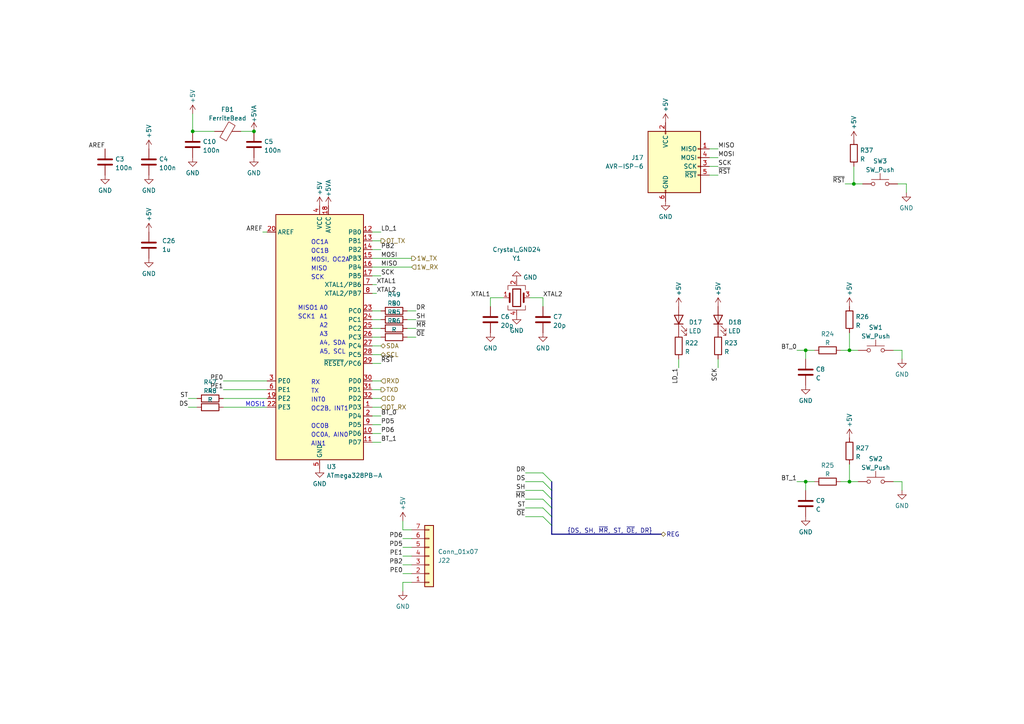
<source format=kicad_sch>
(kicad_sch (version 20230121) (generator eeschema)
  (paper "A4")
  (lib_symbols
    (symbol "Connector:AVR-ISP-6" (pin_names (offset 1.016))
      (property "Reference" "J" (at -6.35 11.43 0))
      (property "Value" "AVR-ISP-6" (at 0 11.43 0))
      (symbol "AVR-ISP-6_0_1"
        (rectangle (start -2.667 -6.858) (end -2.413 -7.62))
        (rectangle (start -2.667 10.16) (end -2.413 9.398))
        (rectangle (start 7.62 -2.413) (end 6.858 -2.667))
        (rectangle (start 7.62 0.127) (end 6.858 -0.127))
        (rectangle (start 7.62 2.667) (end 6.858 2.413))
        (rectangle (start 7.62 5.207) (end 6.858 4.953))
        (rectangle (start 7.62 10.16) (end -7.62 -7.62) (stroke (width 0.254)) (fill (type background)))
      )
      (symbol "AVR-ISP-6_1_1"
        (pin passive line (at 10.16 5.08 180) (length 2.54) (name "MISO") (number "1"))
        (pin passive line (at -2.54 12.7 270) (length 2.54) (name "VCC") (number "2"))
        (pin passive line (at 10.16 0 180) (length 2.54) (name "SCK") (number "3"))
        (pin passive line (at 10.16 2.54 180) (length 2.54) (name "MOSI") (number "4"))
        (pin passive line (at 10.16 -2.54 180) (length 2.54) (name "~{RST}") (number "5"))
        (pin passive line (at -2.54 -10.16 90) (length 2.54) (name "GND") (number "6"))
      )
    )
    (symbol "Connector_Generic:Conn_01x07" (pin_names (offset 1.016) hide)
      (property "Reference" "J" (at 0 10.16 0))
      (property "Value" "Conn_01x07" (at 0 -10.16 0))
      (symbol "Conn_01x07_1_1"
        (rectangle (start -1.27 -7.493) (end 0 -7.747) (stroke (width 0.1524)))
        (rectangle (start -1.27 -4.953) (end 0 -5.207) (stroke (width 0.1524)))
        (rectangle (start -1.27 -2.413) (end 0 -2.667) (stroke (width 0.1524)))
        (rectangle (start -1.27 0.127) (end 0 -0.127) (stroke (width 0.1524)))
        (rectangle (start -1.27 2.667) (end 0 2.413) (stroke (width 0.1524)))
        (rectangle (start -1.27 5.207) (end 0 4.953) (stroke (width 0.1524)))
        (rectangle (start -1.27 7.747) (end 0 7.493) (stroke (width 0.1524)))
        (rectangle (start -1.27 8.89) (end 1.27 -8.89) (stroke (width 0.254)) (fill (type background)))
        (pin passive line (at -5.08 7.62 0) (length 3.81) (name "Pin_1") (number "1"))
        (pin passive line (at -5.08 5.08 0) (length 3.81) (name "Pin_2") (number "2"))
        (pin passive line (at -5.08 2.54 0) (length 3.81) (name "Pin_3") (number "3"))
        (pin passive line (at -5.08 0 0) (length 3.81) (name "Pin_4") (number "4"))
        (pin passive line (at -5.08 -2.54 0) (length 3.81) (name "Pin_5") (number "5"))
        (pin passive line (at -5.08 -5.08 0) (length 3.81) (name "Pin_6") (number "6"))
        (pin passive line (at -5.08 -7.62 0) (length 3.81) (name "Pin_7") (number "7"))
      )
    )
    (symbol "Device:C" (pin_numbers hide) (pin_names (offset 0.254))
      (property "Reference" "C" (at 0.635 2.54 0))
      (property "Value" "C" (at 0.635 -2.54 0))
      (symbol "C_0_1"
        (polyline (pts (xy -2.032 -0.762) (xy 2.032 -0.762)) (stroke (width 0.508)))
        (polyline (pts (xy -2.032 0.762) (xy 2.032 0.762)) (stroke (width 0.508)))
      )
      (symbol "C_1_1"
        (pin passive line (at 0 3.81 270) (length 2.794) (name "~") (number "1"))
        (pin passive line (at 0 -3.81 90) (length 2.794) (name "~") (number "2"))
      )
    )
    (symbol "Device:Crystal_GND24" (pin_names (offset 1.016) hide)
      (property "Reference" "Y" (at 3.175 5.08 0))
      (property "Value" "Crystal_GND24" (at 3.175 3.175 0))
      (symbol "Crystal_GND24_0_1"
        (rectangle (start -1.143 2.54) (end 1.143 -2.54) (stroke (width 0.3048)))
        (polyline (pts (xy -2.54 0) (xy -2.032 0)))
        (polyline (pts (xy -2.032 -1.27) (xy -2.032 1.27)) (stroke (width 0.508)))
        (polyline (pts (xy 0 -3.81) (xy 0 -3.556)))
        (polyline (pts (xy 0 3.556) (xy 0 3.81)))
        (polyline (pts (xy 2.032 -1.27) (xy 2.032 1.27)) (stroke (width 0.508)))
        (polyline (pts (xy 2.032 0) (xy 2.54 0)))
        (polyline (pts (xy -2.54 -2.286) (xy -2.54 -3.556) (xy 2.54 -3.556) (xy 2.54 -2.286)))
        (polyline (pts (xy -2.54 2.286) (xy -2.54 3.556) (xy 2.54 3.556) (xy 2.54 2.286)))
      )
      (symbol "Crystal_GND24_1_1"
        (pin passive line (at -3.81 0 0) (length 1.27) (name "1") (number "1"))
        (pin passive line (at 0 5.08 270) (length 1.27) (name "2") (number "2"))
        (pin passive line (at 3.81 0 180) (length 1.27) (name "3") (number "3"))
        (pin passive line (at 0 -5.08 90) (length 1.27) (name "4") (number "4"))
      )
    )
    (symbol "Device:FerriteBead" (pin_numbers hide) (pin_names (offset 0))
      (property "Reference" "FB" (at -3.81 0.635 90))
      (property "Value" "FerriteBead" (at 3.81 0 90))
      (symbol "FerriteBead_0_1"
        (polyline (pts (xy 0 -1.27) (xy 0 -1.2192)))
        (polyline (pts (xy 0 1.27) (xy 0 1.2954)))
        (polyline (pts (xy -2.7686 0.4064) (xy -1.7018 2.2606) (xy 2.7686 -0.3048) (xy 1.6764 -2.159) (xy -2.7686 0.4064)))
      )
      (symbol "FerriteBead_1_1"
        (pin passive line (at 0 3.81 270) (length 2.54) (name "~") (number "1"))
        (pin passive line (at 0 -3.81 90) (length 2.54) (name "~") (number "2"))
      )
    )
    (symbol "Device:LED" (pin_numbers hide) (pin_names (offset 1.016) hide)
      (property "Reference" "D" (at 0 2.54 0))
      (property "Value" "LED" (at 0 -2.54 0))
      (symbol "LED_0_1"
        (polyline (pts (xy -1.27 -1.27) (xy -1.27 1.27)) (stroke (width 0.254)))
        (polyline (pts (xy -1.27 0) (xy 1.27 0)))
        (polyline (pts (xy 1.27 -1.27) (xy 1.27 1.27) (xy -1.27 0) (xy 1.27 -1.27)) (stroke (width 0.254)))
        (polyline (pts (xy -3.048 -0.762) (xy -4.572 -2.286) (xy -3.81 -2.286) (xy -4.572 -2.286) (xy -4.572 -1.524)))
        (polyline (pts (xy -1.778 -0.762) (xy -3.302 -2.286) (xy -2.54 -2.286) (xy -3.302 -2.286) (xy -3.302 -1.524)))
      )
      (symbol "LED_1_1"
        (pin passive line (at -3.81 0 0) (length 2.54) (name "K") (number "1"))
        (pin passive line (at 3.81 0 180) (length 2.54) (name "A") (number "2"))
      )
    )
    (symbol "Device:R" (pin_numbers hide) (pin_names (offset 0))
      (property "Reference" "R" (at 2.032 0 90))
      (property "Value" "R" (at 0 0 90))
      (symbol "R_0_1"
        (rectangle (start -1.016 -2.54) (end 1.016 2.54) (stroke (width 0.254)))
      )
      (symbol "R_1_1"
        (pin passive line (at 0 3.81 270) (length 1.27) (name "~") (number "1"))
        (pin passive line (at 0 -3.81 90) (length 1.27) (name "~") (number "2"))
      )
    )
    (symbol "MCU_Microchip_ATmega:ATmega328PB-A"
      (property "Reference" "U" (at -12.7 36.83 0))
      (property "Value" "ATmega328PB-A" (at 2.54 -36.83 0))
      (symbol "ATmega328PB-A_0_1"
        (rectangle (start -12.7 -35.56) (end 12.7 35.56) (stroke (width 0.254)) (fill (type background)))
      )
      (symbol "ATmega328PB-A_1_1"
        (pin bidirectional line (at 15.24 -20.32 180) (length 2.54) (name "PD3") (number "1"))
        (pin bidirectional line (at 15.24 -27.94 180) (length 2.54) (name "PD6") (number "10"))
        (pin bidirectional line (at 15.24 -30.48 180) (length 2.54) (name "PD7") (number "11"))
        (pin bidirectional line (at 15.24 30.48 180) (length 2.54) (name "PB0") (number "12"))
        (pin bidirectional line (at 15.24 27.94 180) (length 2.54) (name "PB1") (number "13"))
        (pin bidirectional line (at 15.24 25.4 180) (length 2.54) (name "PB2") (number "14"))
        (pin bidirectional line (at 15.24 22.86 180) (length 2.54) (name "PB3") (number "15"))
        (pin bidirectional line (at 15.24 20.32 180) (length 2.54) (name "PB4") (number "16"))
        (pin bidirectional line (at 15.24 17.78 180) (length 2.54) (name "PB5") (number "17"))
        (pin power_in line (at 2.54 38.1 270) (length 2.54) (name "AVCC") (number "18"))
        (pin bidirectional line (at -15.24 -17.78 0) (length 2.54) (name "PE2") (number "19"))
        (pin bidirectional line (at 15.24 -22.86 180) (length 2.54) (name "PD4") (number "2"))
        (pin passive line (at -15.24 30.48 0) (length 2.54) (name "AREF") (number "20"))
        (pin passive line (at 0 -38.1 90) (length 2.54) hide (name "GND") (number "21"))
        (pin bidirectional line (at -15.24 -20.32 0) (length 2.54) (name "PE3") (number "22"))
        (pin bidirectional line (at 15.24 7.62 180) (length 2.54) (name "PC0") (number "23"))
        (pin bidirectional line (at 15.24 5.08 180) (length 2.54) (name "PC1") (number "24"))
        (pin bidirectional line (at 15.24 2.54 180) (length 2.54) (name "PC2") (number "25"))
        (pin bidirectional line (at 15.24 0 180) (length 2.54) (name "PC3") (number "26"))
        (pin bidirectional line (at 15.24 -2.54 180) (length 2.54) (name "PC4") (number "27"))
        (pin bidirectional line (at 15.24 -5.08 180) (length 2.54) (name "PC5") (number "28"))
        (pin bidirectional line (at 15.24 -7.62 180) (length 2.54) (name "~{RESET}/PC6") (number "29"))
        (pin bidirectional line (at -15.24 -12.7 0) (length 2.54) (name "PE0") (number "3"))
        (pin bidirectional line (at 15.24 -12.7 180) (length 2.54) (name "PD0") (number "30"))
        (pin bidirectional line (at 15.24 -15.24 180) (length 2.54) (name "PD1") (number "31"))
        (pin bidirectional line (at 15.24 -17.78 180) (length 2.54) (name "PD2") (number "32"))
        (pin power_in line (at 0 38.1 270) (length 2.54) (name "VCC") (number "4"))
        (pin power_in line (at 0 -38.1 90) (length 2.54) (name "GND") (number "5"))
        (pin bidirectional line (at -15.24 -15.24 0) (length 2.54) (name "PE1") (number "6"))
        (pin bidirectional line (at 15.24 15.24 180) (length 2.54) (name "XTAL1/PB6") (number "7"))
        (pin bidirectional line (at 15.24 12.7 180) (length 2.54) (name "XTAL2/PB7") (number "8"))
        (pin bidirectional line (at 15.24 -25.4 180) (length 2.54) (name "PD5") (number "9"))
      )
    )
    (symbol "Switch:SW_Push" (pin_numbers hide) (pin_names (offset 1.016) hide)
      (property "Reference" "SW" (at 1.27 2.54 0))
      (property "Value" "SW_Push" (at 0 -1.524 0))
      (symbol "SW_Push_0_1"
        (circle (center -2.032 0) (radius 0.508))
        (polyline (pts (xy 0 1.27) (xy 0 3.048)))
        (polyline (pts (xy 2.54 1.27) (xy -2.54 1.27)))
        (circle (center 2.032 0) (radius 0.508))
        (pin passive line (at -5.08 0 0) (length 2.54) (name "1") (number "1"))
        (pin passive line (at 5.08 0 180) (length 2.54) (name "2") (number "2"))
      )
    )
    (symbol "power:+5V" (power) (pin_names (offset 0))
      (property "Value" "+5V" (at 0 3.556 0))
      (symbol "+5V_0_1"
        (polyline (pts (xy -0.762 1.27) (xy 0 2.54)))
        (polyline (pts (xy 0 0) (xy 0 2.54)))
        (polyline (pts (xy 0 2.54) (xy 0.762 1.27)))
      )
      (symbol "+5V_1_1"
        (pin power_in line (at 0 0 90) (length 0) hide (name "+5V") (number "1"))
      )
    )
    (symbol "power:+5VA" (power) (pin_names (offset 0))
      (property "Value" "+5VA" (at 0 3.556 0))
      (symbol "+5VA_0_1"
        (polyline (pts (xy -0.762 1.27) (xy 0 2.54)))
        (polyline (pts (xy 0 0) (xy 0 2.54)))
        (polyline (pts (xy 0 2.54) (xy 0.762 1.27)))
      )
      (symbol "+5VA_1_1"
        (pin power_in line (at 0 0 90) (length 0) hide (name "+5VA") (number "1"))
      )
    )
    (symbol "power:GND" (power) (pin_names (offset 0))
      (property "Value" "GND" (at 0 -3.81 0))
      (symbol "GND_0_1"
        (polyline (pts (xy 0 0) (xy 0 -1.27) (xy 1.27 -1.27) (xy 0 -2.54) (xy -1.27 -1.27) (xy 0 -1.27)))
      )
      (symbol "GND_1_1"
        (pin power_in line (at 0 0 270) (length 0) hide (name "GND") (number "1"))
      )
    )
  )
  (junction (at 247.65 53.34))
  (junction (at 246.38 139.7))
  (junction (at 55.88 38.1))
  (junction (at 73.66 38.1))
  (junction (at 233.68 139.7))
  (junction (at 233.68 101.6))
  (junction (at 246.38 101.6))
  (bus_entry (at 157.48 139.7) (size 2.54 2.54))
  (bus_entry (at 157.48 147.32) (size 2.54 2.54))
  (bus_entry (at 157.48 137.16) (size 2.54 2.54))
  (bus_entry (at 157.48 144.78) (size 2.54 2.54))
  (bus_entry (at 157.48 142.24) (size 2.54 2.54))
  (bus_entry (at 157.48 149.86) (size 2.54 2.54))
  (bus (pts (xy 160.02 144.78) (xy 160.02 147.32)))
  (wire (pts (xy 107.95 95.25) (xy 110.49 95.25)))
  (wire (pts (xy 107.95 113.03) (xy 110.49 113.03)))
  (wire (pts (xy 107.95 82.55) (xy 109.22 82.55)))
  (wire (pts (xy 64.77 110.49) (xy 77.47 110.49)))
  (wire (pts (xy 119.38 158.75) (xy 116.84 158.75)))
  (wire (pts (xy 205.74 45.72) (xy 208.28 45.72)))
  (wire (pts (xy 119.38 166.37) (xy 116.84 166.37)))
  (wire (pts (xy 118.11 92.71) (xy 120.65 92.71)))
  (wire (pts (xy 262.89 53.34) (xy 260.35 53.34)))
  (wire (pts (xy 120.65 95.25) (xy 118.11 95.25)))
  (wire (pts (xy 116.84 153.67) (xy 119.38 153.67)))
  (wire (pts (xy 157.48 147.32) (xy 152.4 147.32)))
  (bus (pts (xy 160.02 152.4) (xy 160.02 154.94)))
  (wire (pts (xy 107.95 67.31) (xy 110.49 67.31)))
  (wire (pts (xy 107.95 97.79) (xy 110.49 97.79)))
  (wire (pts (xy 107.95 102.87) (xy 110.49 102.87)))
  (wire (pts (xy 107.95 123.19) (xy 110.49 123.19)))
  (wire (pts (xy 119.38 161.29) (xy 116.84 161.29)))
  (wire (pts (xy 157.48 144.78) (xy 152.4 144.78)))
  (wire (pts (xy 157.48 86.36) (xy 157.48 88.9)))
  (wire (pts (xy 261.62 142.24) (xy 261.62 139.7)))
  (wire (pts (xy 261.62 104.14) (xy 261.62 101.6)))
  (wire (pts (xy 208.28 104.14) (xy 208.28 106.68)))
  (bus (pts (xy 160.02 139.7) (xy 160.02 142.24)))
  (wire (pts (xy 262.89 55.88) (xy 262.89 53.34)))
  (wire (pts (xy 116.84 168.91) (xy 116.84 171.45)))
  (bus (pts (xy 160.02 149.86) (xy 160.02 152.4)))
  (wire (pts (xy 107.95 110.49) (xy 110.49 110.49)))
  (wire (pts (xy 62.23 38.1) (xy 55.88 38.1)))
  (wire (pts (xy 107.95 118.11) (xy 110.49 118.11)))
  (wire (pts (xy 231.14 139.7) (xy 233.68 139.7)))
  (wire (pts (xy 157.48 142.24) (xy 152.4 142.24)))
  (wire (pts (xy 55.88 33.02) (xy 55.88 38.1)))
  (wire (pts (xy 119.38 156.21) (xy 116.84 156.21)))
  (wire (pts (xy 107.95 72.39) (xy 110.49 72.39)))
  (wire (pts (xy 64.77 118.11) (xy 77.47 118.11)))
  (wire (pts (xy 233.68 101.6) (xy 233.68 104.14)))
  (wire (pts (xy 205.74 50.8) (xy 208.28 50.8)))
  (wire (pts (xy 116.84 151.13) (xy 116.84 153.67)))
  (wire (pts (xy 246.38 96.52) (xy 246.38 101.6)))
  (wire (pts (xy 64.77 115.57) (xy 77.47 115.57)))
  (wire (pts (xy 157.48 137.16) (xy 152.4 137.16)))
  (wire (pts (xy 107.95 85.09) (xy 109.22 85.09)))
  (wire (pts (xy 231.14 101.6) (xy 233.68 101.6)))
  (bus (pts (xy 160.02 154.94) (xy 191.77 154.94)))
  (wire (pts (xy 205.74 48.26) (xy 208.28 48.26)))
  (wire (pts (xy 64.77 113.03) (xy 77.47 113.03)))
  (wire (pts (xy 107.95 77.47) (xy 119.38 77.47)))
  (wire (pts (xy 107.95 100.33) (xy 110.49 100.33)))
  (wire (pts (xy 120.65 97.79) (xy 118.11 97.79)))
  (wire (pts (xy 243.84 101.6) (xy 246.38 101.6)))
  (wire (pts (xy 54.61 115.57) (xy 57.15 115.57)))
  (wire (pts (xy 119.38 163.83) (xy 116.84 163.83)))
  (wire (pts (xy 119.38 168.91) (xy 116.84 168.91)))
  (wire (pts (xy 261.62 101.6) (xy 259.08 101.6)))
  (wire (pts (xy 107.95 92.71) (xy 110.49 92.71)))
  (wire (pts (xy 153.67 86.36) (xy 157.48 86.36)))
  (wire (pts (xy 107.95 120.65) (xy 110.49 120.65)))
  (wire (pts (xy 107.95 105.41) (xy 110.49 105.41)))
  (bus (pts (xy 160.02 142.24) (xy 160.02 144.78)))
  (wire (pts (xy 107.95 74.93) (xy 119.38 74.93)))
  (wire (pts (xy 261.62 139.7) (xy 259.08 139.7)))
  (wire (pts (xy 107.95 90.17) (xy 110.49 90.17)))
  (wire (pts (xy 54.61 118.11) (xy 57.15 118.11)))
  (wire (pts (xy 146.05 86.36) (xy 142.24 86.36)))
  (wire (pts (xy 107.95 69.85) (xy 110.49 69.85)))
  (wire (pts (xy 247.65 53.34) (xy 250.19 53.34)))
  (wire (pts (xy 243.84 139.7) (xy 246.38 139.7)))
  (wire (pts (xy 196.85 104.14) (xy 196.85 106.68)))
  (wire (pts (xy 69.85 38.1) (xy 73.66 38.1)))
  (wire (pts (xy 205.74 43.18) (xy 208.28 43.18)))
  (bus (pts (xy 160.02 147.32) (xy 160.02 149.86)))
  (wire (pts (xy 233.68 139.7) (xy 236.22 139.7)))
  (wire (pts (xy 142.24 86.36) (xy 142.24 88.9)))
  (wire (pts (xy 245.11 53.34) (xy 247.65 53.34)))
  (wire (pts (xy 107.95 125.73) (xy 110.49 125.73)))
  (wire (pts (xy 157.48 139.7) (xy 152.4 139.7)))
  (wire (pts (xy 233.68 101.6) (xy 236.22 101.6)))
  (wire (pts (xy 76.2 67.31) (xy 77.47 67.31)))
  (wire (pts (xy 246.38 139.7) (xy 248.92 139.7)))
  (wire (pts (xy 118.11 90.17) (xy 120.65 90.17)))
  (wire (pts (xy 107.95 80.01) (xy 110.49 80.01)))
  (wire (pts (xy 247.65 48.26) (xy 247.65 53.34)))
  (wire (pts (xy 157.48 149.86) (xy 152.4 149.86)))
  (wire (pts (xy 107.95 115.57) (xy 110.49 115.57)))
  (wire (pts (xy 246.38 101.6) (xy 248.92 101.6)))
  (wire (pts (xy 107.95 128.27) (xy 110.49 128.27)))
  (wire (pts (xy 233.68 139.7) (xy 233.68 142.24)))
  (wire (pts (xy 246.38 134.62) (xy 246.38 139.7)))
  (text "OC0B" (at 90.1699 124.4441 0) (effects (font (size 1.27 1.27)) (justify left bottom)))
  (text "OC1B" (at 90.17 73.66 0) (effects (font (size 1.27 1.27)) (justify left bottom)))
  (text "A0" (at 92.6664 90.1699 0) (effects (font (size 1.27 1.27)) (justify left bottom)))
  (text "OC1A" (at 90.17 71.12 0) (effects (font (size 1.27 1.27)) (justify left bottom)))
  (text "MISO" (at 90.17 78.7555 0) (effects (font (size 1.27 1.27)) (justify left bottom)))
  (text "TX" (at 90.1699 114.2741 0) (effects (font (size 1.27 1.27)) (justify left bottom)))
  (text "SCK1" (at 86.36 92.71 0) (effects (font (size 1.27 1.27)) (justify left bottom)))
  (text "A4, SDA" (at 92.6664 100.3299 0) (effects (font (size 1.27 1.27)) (justify left bottom)))
  (text "OC2B, INT1" (at 90.17 119.38 0) (effects (font (size 1.27 1.27)) (justify left bottom)))
  (text "A1" (at 92.6664 92.7099 0) (effects (font (size 1.27 1.27)) (justify left bottom)))
  (text "INT0" (at 90.1699 116.8166 0) (effects (font (size 1.27 1.27)) (justify left bottom)))
  (text "OC0A, AIN0" (at 90.17 127 0) (effects (font (size 1.27 1.27)) (justify left bottom)))
  (text "MOSI, OC2A" (at 90.17 76.186 0) (effects (font (size 1.27 1.27)) (justify left bottom)))
  (text "SCK" (at 90.17 81.28 0) (effects (font (size 1.27 1.27)) (justify left bottom)))
  (text "MISO1" (at 86.36 90.17 0) (effects (font (size 1.27 1.27)) (justify left bottom)))
  (text "A2" (at 92.6664 95.2499 0) (effects (font (size 1.27 1.27)) (justify left bottom)))
  (text "AIN1" (at 90.17 129.54 0) (effects (font (size 1.27 1.27)) (justify left bottom)))
  (text "A5, SCL" (at 92.71 102.87 0) (effects (font (size 1.27 1.27)) (justify left bottom)))
  (text "MOSI1" (at 71.12 118.11 0) (effects (font (size 1.27 1.27)) (justify left bottom)))
  (text "A3" (at 92.6664 97.7899 0) (effects (font (size 1.27 1.27)) (justify left bottom)))
  (text "RX" (at 90.17 111.76 0) (effects (font (size 1.27 1.27)) (justify left bottom)))
  (label "LD_1" (at 110.49 67.31 0))
  (label "BT_0" (at 231.14 101.6 180))
  (label "PD5" (at 116.84 158.75 180))
  (label "~{OE}" (at 152.4 149.86 180))
  (label "PE0" (at 116.84 166.37 180))
  (label "~{OE}" (at 120.65 97.79 0))
  (label "~{RST}" (at 208.28 50.8 0))
  (label "MISO" (at 208.28 43.18 0))
  (label "PE0" (at 64.77 110.49 180))
  (label "PB2" (at 116.84 163.83 180))
  (label "DR" (at 120.65 90.17 0))
  (label "ST" (at 152.4 147.32 180))
  (label "PE1" (at 116.84 161.29 180))
  (label "PD6" (at 110.49 125.73 0))
  (label "~{MR}" (at 152.4 144.78 180))
  (label "BT_1" (at 231.14 139.7 180))
  (label "MOSI" (at 208.28 45.72 0))
  (label "XTAL1" (at 109.22 82.55 0))
  (label "MISO" (at 110.49 77.47 0))
  (label "SCK" (at 208.28 106.68 270))
  (label "SCK" (at 208.28 48.26 0))
  (label "BT_0" (at 110.49 120.65 0))
  (label "AREF" (at 30.48 43.18 180))
  (label "XTAL2" (at 109.22 85.09 0))
  (label "AREF" (at 76.2 67.31 180))
  (label "SCK" (at 110.49 80.01 0))
  (label "PB2" (at 110.49 72.39 0))
  (label "DS" (at 54.61 118.11 180))
  (label "BT_1" (at 110.49 128.27 0))
  (label "~{MR}" (at 120.65 95.25 0))
  (label "MOSI" (at 110.49 74.93 0))
  (label "DR" (at 152.4 137.16 180))
  (label "XTAL1" (at 142.24 86.36 180))
  (label "SH" (at 120.65 92.71 0))
  (label "ST" (at 54.61 115.57 180))
  (label "PE1" (at 64.77 113.03 180))
  (label "~{RST}" (at 110.49 105.41 0))
  (label "XTAL2" (at 157.48 86.36 0))
  (label "{DS, SH, ~{MR}, ST, ~{OE}, DR}" (at 189.23 154.94 180))
  (label "~{RST}" (at 245.11 53.34 180))
  (label "SH" (at 152.4 142.24 180))
  (label "PD5" (at 110.49 123.19 0))
  (label "PD6" (at 116.84 156.21 180))
  (label "LD_1" (at 196.85 106.68 270))
  (label "DS" (at 152.4 139.7 180))
  (hierarchical_label "1W_RX" (shape input) (at 119.38 77.47 0))
  (hierarchical_label "OT_RX" (shape input) (at 110.49 118.11 0))
  (hierarchical_label "REG" (shape bidirectional) (at 191.77 154.94 0))
  (hierarchical_label "TXD" (shape output) (at 110.49 113.03 0))
  (hierarchical_label "OT_TX" (shape output) (at 110.49 69.85 0))
  (hierarchical_label "RXD" (shape input) (at 110.49 110.49 0))
  (hierarchical_label "SCL" (shape bidirectional) (at 110.49 102.87 0))
  (hierarchical_label "1W_TX" (shape output) (at 119.38 74.93 0))
  (hierarchical_label "CD" (shape input) (at 110.49 115.57 0))
  (hierarchical_label "SDA" (shape bidirectional) (at 110.49 100.33 0))
  (symbol (lib_id "power:+5V") (at 196.85 88.9 0) (unit 1)
    (property "Reference" "#PWR0145" (effects hide))
    (property "Value" "+5V" (at 196.85 83.82 90))
  )
  (symbol (lib_id "power:GND") (at 55.88 45.72 0) (unit 1)
    (property "Reference" "#PWR08" (effects hide))
    (property "Value" "GND" (at 55.88 50.1634 0))
  )
  (symbol (lib_id "Device:R") (at 208.28 100.33 0) (unit 1)
    (property "Reference" "R23" (at 210.058 99.4953 0) (effects (justify left)))
    (property "Value" "R" (at 210.058 102.0322 0) (effects (justify left)))
    (property "Footprint" "Resistor_SMD:R_0603_1608Metric" (effects hide))
  )
  (symbol (lib_id "power:GND") (at 233.68 149.86 0) (unit 1)
    (property "Reference" "#PWR0135" (effects hide))
    (property "Value" "GND" (at 233.68 154.3034 0))
  )
  (symbol (lib_id "Device:R") (at 196.85 100.33 0) (unit 1)
    (property "Reference" "R22" (at 198.628 99.4953 0) (effects (justify left)))
    (property "Value" "R" (at 198.628 102.0322 0) (effects (justify left)))
    (property "Footprint" "Resistor_SMD:R_0603_1608Metric" (effects hide))
  )
  (symbol (lib_id "power:GND") (at 261.62 104.14 0) (unit 1)
    (property "Reference" "#PWR0133" (effects hide))
    (property "Value" "GND" (at 261.62 108.5834 0))
  )
  (symbol (lib_id "Device:C") (at 157.48 92.71 0) (unit 1)
    (property "Reference" "C7" (at 160.401 91.8753 0) (effects (justify left)))
    (property "Value" "20p" (at 160.401 94.4122 0) (effects (justify left)))
    (property "Footprint" "Capacitor_SMD:C_0603_1608Metric" (effects hide))
  )
  (symbol (lib_id "power:GND") (at 73.66 45.72 0) (unit 1)
    (property "Reference" "#PWR0141" (effects hide))
    (property "Value" "GND" (at 73.66 50.1634 0))
  )
  (symbol (lib_id "Device:LED") (at 196.85 92.71 90) (unit 1)
    (property "Reference" "D17" (at 199.771 93.4628 90) (effects (justify right)))
    (property "Value" "LED" (at 199.771 95.9997 90) (effects (justify right)))
    (property "Footprint" "LED_SMD:LED_0603_1608Metric" (effects hide))
  )
  (symbol (lib_id "MCU_Microchip_ATmega:ATmega328PB-A") (at 92.71 97.79 0) (unit 1)
    (property "Reference" "U3" (at 94.7294 135.3804 0) (effects (justify left)))
    (property "Value" "ATmega328PB-A" (at 94.7294 137.9173 0) (effects (justify left)))
    (property "Footprint" "Package_QFP:TQFP-32_7x7mm_P0.8mm" (effects hide))
    (property "Datasheet" "http://ww1.microchip.com/downloads/en/DeviceDoc/40001906C.pdf" (effects hide))
  )
  (symbol (lib_id "power:+5VA") (at 95.25 59.69 0) (unit 1)
    (property "Reference" "#PWR0142" (effects hide))
    (property "Value" "+5VA" (at 95.25 54.61 90))
  )
  (symbol (lib_id "power:GND") (at 116.84 171.45 0) (unit 1)
    (property "Reference" "#PWR011" (effects hide))
    (property "Value" "GND" (at 116.84 175.8934 0))
  )
  (symbol (lib_id "Device:R") (at 60.96 115.57 90) (unit 1)
    (property "Reference" "R47" (at 60.96 110.8542 90))
    (property "Value" "R" (at 60.96 113.3911 90))
    (property "Footprint" "Resistor_SMD:R_0603_1608Metric" (effects hide))
  )
  (symbol (lib_id "power:GND") (at 92.71 135.89 0) (unit 1)
    (property "Reference" "#PWR0132" (effects hide))
    (property "Value" "GND" (at 92.71 140.3334 0))
  )
  (symbol (lib_id "power:+5V") (at 246.38 127 0) (unit 1)
    (property "Reference" "#PWR0130" (effects hide))
    (property "Value" "+5V" (at 246.38 121.92 90))
  )
  (symbol (lib_id "Device:C") (at 142.24 92.71 0) (unit 1)
    (property "Reference" "C6" (at 145.161 91.8753 0) (effects (justify left)))
    (property "Value" "20p" (at 145.161 94.4122 0) (effects (justify left)))
    (property "Footprint" "Capacitor_SMD:C_0603_1608Metric" (effects hide))
  )
  (symbol (lib_id "Device:R") (at 240.03 101.6 90) (unit 1)
    (property "Reference" "R24" (at 240.03 96.8842 90))
    (property "Value" "R" (at 240.03 99.4211 90))
    (property "Footprint" "Resistor_SMD:R_0603_1608Metric" (effects hide))
  )
  (symbol (lib_id "Device:C") (at 30.48 46.99 0) (unit 1)
    (property "Reference" "C3" (at 33.401 46.1553 0) (effects (justify left)))
    (property "Value" "100n" (at 33.401 48.6922 0) (effects (justify left)))
    (property "Footprint" "Capacitor_SMD:C_0603_1608Metric" (effects hide))
  )
  (symbol (lib_id "power:+5V") (at 116.84 151.13 0) (unit 1)
    (property "Reference" "#PWR012" (effects hide))
    (property "Value" "+5V" (at 116.84 146.05 90))
  )
  (symbol (lib_id "Device:C") (at 43.18 71.12 180) (unit 1)
    (property "Reference" "C26" (at 46.99 69.85 0) (effects (justify right)))
    (property "Value" "1u" (at 46.99 72.39 0) (effects (justify right)))
    (property "Footprint" "Capacitor_SMD:C_0603_1608Metric" (effects hide))
  )
  (symbol (lib_id "power:GND") (at 149.86 81.28 180) (unit 1)
    (property "Reference" "#PWR0149" (effects hide))
    (property "Value" "GND" (at 151.765 80.4438 0) (effects (justify right)))
  )
  (symbol (lib_id "power:+5V") (at 92.71 59.69 0) (unit 1)
    (property "Reference" "#PWR0143" (effects hide))
    (property "Value" "+5V" (at 92.71 54.61 90))
  )
  (symbol (lib_id "Device:R") (at 114.3 92.71 90) (unit 1)
    (property "Reference" "R50" (at 114.3 87.9942 90))
    (property "Value" "R" (at 114.3 90.5311 90))
    (property "Footprint" "Resistor_SMD:R_0603_1608Metric" (effects hide))
  )
  (symbol (lib_id "Device:R") (at 114.3 90.17 90) (unit 1)
    (property "Reference" "R49" (at 114.3 85.4542 90))
    (property "Value" "R" (at 114.3 87.9911 90))
    (property "Footprint" "Resistor_SMD:R_0603_1608Metric" (effects hide))
  )
  (symbol (lib_id "power:GND") (at 193.04 58.42 0) (unit 1)
    (property "Reference" "#PWR0146" (effects hide))
    (property "Value" "GND" (at 193.04 62.8634 0))
  )
  (symbol (lib_id "power:+5V") (at 43.18 43.18 0) (unit 1)
    (property "Reference" "#PWR0137" (effects hide))
    (property "Value" "+5V" (at 43.18 38.1 90))
  )
  (symbol (lib_id "Device:C") (at 43.18 46.99 180) (unit 1)
    (property "Reference" "C4" (at 46.101 46.1553 0) (effects (justify right)))
    (property "Value" "100n" (at 46.101 48.6922 0) (effects (justify right)))
    (property "Footprint" "Capacitor_SMD:C_0603_1608Metric" (effects hide))
  )
  (symbol (lib_id "power:+5V") (at 208.28 88.9 0) (unit 1)
    (property "Reference" "#PWR0148" (effects hide))
    (property "Value" "+5V" (at 208.28 83.82 90))
  )
  (symbol (lib_id "Device:C") (at 73.66 41.91 0) (unit 1)
    (property "Reference" "C5" (at 76.581 41.0753 0) (effects (justify left)))
    (property "Value" "100n" (at 76.581 43.6122 0) (effects (justify left)))
    (property "Footprint" "Capacitor_SMD:C_0603_1608Metric" (effects hide))
  )
  (symbol (lib_id "Device:R") (at 240.03 139.7 90) (unit 1)
    (property "Reference" "R25" (at 240.03 134.9842 90))
    (property "Value" "R" (at 240.03 137.5211 90))
    (property "Footprint" "Resistor_SMD:R_0603_1608Metric" (effects hide))
  )
  (symbol (lib_id "power:+5VA") (at 73.66 38.1 0) (unit 1)
    (property "Reference" "#PWR0139" (effects hide))
    (property "Value" "+5VA" (at 73.66 33.02 90))
  )
  (symbol (lib_id "power:+5V") (at 247.65 40.64 0) (unit 1)
    (property "Reference" "#PWR0186" (effects hide))
    (property "Value" "+5V" (at 247.65 35.56 90))
  )
  (symbol (lib_id "Device:LED") (at 208.28 92.71 90) (unit 1)
    (property "Reference" "D18" (at 211.201 93.4628 90) (effects (justify right)))
    (property "Value" "LED" (at 211.201 95.9997 90) (effects (justify right)))
    (property "Footprint" "LED_SMD:LED_0603_1608Metric" (effects hide))
  )
  (symbol (lib_id "power:+5V") (at 43.18 67.31 0) (unit 1)
    (property "Reference" "#PWR09" (effects hide))
    (property "Value" "+5V" (at 43.18 62.23 90))
  )
  (symbol (lib_id "Device:R") (at 247.65 44.45 0) (unit 1)
    (property "Reference" "R37" (at 249.428 43.6153 0) (effects (justify left)))
    (property "Value" "R" (at 249.428 46.1522 0) (effects (justify left)))
    (property "Footprint" "Resistor_SMD:R_0603_1608Metric" (effects hide))
  )
  (symbol (lib_id "Connector_Generic:Conn_01x07") (at 124.46 161.29 0) (mirror x) (unit 1)
    (property "Reference" "J22" (at 127 162.56 0) (effects (justify left)))
    (property "Value" "Conn_01x07" (at 127 160.02 0) (effects (justify left)))
    (property "Footprint" "Connector_PinHeader_2.54mm:PinHeader_1x07_P2.54mm_Vertical" (effects hide))
  )
  (symbol (lib_id "Device:FerriteBead") (at 66.04 38.1 90) (unit 1)
    (property "Reference" "FB1" (at 65.9892 31.7586 90))
    (property "Value" "FerriteBead" (at 65.9892 34.2955 90))
    (property "Footprint" "Inductor_SMD:L_0603_1608Metric" (effects hide))
  )
  (symbol (lib_id "Device:R") (at 114.3 97.79 270) (mirror x) (unit 1)
    (property "Reference" "R46" (at 114.3 93.0742 90))
    (property "Value" "R" (at 114.3 95.6111 90))
    (property "Footprint" "Resistor_SMD:R_0603_1608Metric" (effects hide))
  )
  (symbol (lib_id "Device:R") (at 114.3 95.25 270) (mirror x) (unit 1)
    (property "Reference" "R45" (at 114.3 90.5342 90))
    (property "Value" "R" (at 114.3 93.0711 90))
    (property "Footprint" "Resistor_SMD:R_0603_1608Metric" (effects hide))
  )
  (symbol (lib_id "power:GND") (at 43.18 50.8 0) (unit 1)
    (property "Reference" "#PWR0138" (effects hide))
    (property "Value" "GND" (at 43.18 55.2434 0))
  )
  (symbol (lib_id "power:GND") (at 142.24 96.52 0) (unit 1)
    (property "Reference" "#PWR0152" (effects hide))
    (property "Value" "GND" (at 142.24 100.9634 0))
  )
  (symbol (lib_id "Switch:SW_Push") (at 254 139.7 0) (unit 1)
    (property "Reference" "SW2" (at 254 133.0792 0))
    (property "Value" "SW_Push" (at 254 135.6161 0))
    (property "Footprint" "Button_Switch_SMD:SW_SPST_B3U-1000P" (effects hide))
  )
  (symbol (lib_id "power:GND") (at 30.48 50.8 0) (unit 1)
    (property "Reference" "#PWR0136" (effects hide))
    (property "Value" "GND" (at 30.48 55.2434 0))
  )
  (symbol (lib_id "power:GND") (at 233.68 111.76 0) (unit 1)
    (property "Reference" "#PWR0131" (effects hide))
    (property "Value" "GND" (at 233.68 116.2034 0))
  )
  (symbol (lib_id "power:+5V") (at 55.88 33.02 0) (unit 1)
    (property "Reference" "#PWR0140" (effects hide))
    (property "Value" "+5V" (at 55.88 27.94 90))
  )
  (symbol (lib_id "power:GND") (at 43.18 74.93 0) (unit 1)
    (property "Reference" "#PWR010" (effects hide))
    (property "Value" "GND" (at 43.18 79.3734 0))
  )
  (symbol (lib_id "power:GND") (at 157.48 96.52 0) (unit 1)
    (property "Reference" "#PWR0151" (effects hide))
    (property "Value" "GND" (at 157.48 100.9634 0))
  )
  (symbol (lib_id "Switch:SW_Push") (at 255.27 53.34 0) (unit 1)
    (property "Reference" "SW3" (at 255.27 46.7192 0))
    (property "Value" "SW_Push" (at 255.27 49.2561 0))
    (property "Footprint" "Button_Switch_SMD:SW_SPST_B3U-1000P" (effects hide))
  )
  (symbol (lib_id "Device:C") (at 55.88 41.91 0) (unit 1)
    (property "Reference" "C10" (at 58.801 41.0753 0) (effects (justify left)))
    (property "Value" "100n" (at 58.801 43.6122 0) (effects (justify left)))
    (property "Footprint" "Capacitor_SMD:C_0603_1608Metric" (effects hide))
  )
  (symbol (lib_id "Switch:SW_Push") (at 254 101.6 0) (unit 1)
    (property "Reference" "SW1" (at 254 94.9792 0))
    (property "Value" "SW_Push" (at 254 97.5161 0))
    (property "Footprint" "Button_Switch_SMD:SW_SPST_B3U-1000P" (effects hide))
  )
  (symbol (lib_id "power:GND") (at 262.89 55.88 0) (unit 1)
    (property "Reference" "#PWR0185" (effects hide))
    (property "Value" "GND" (at 262.89 60.3234 0))
  )
  (symbol (lib_id "Device:R") (at 246.38 92.71 0) (unit 1)
    (property "Reference" "R26" (at 248.158 91.8753 0) (effects (justify left)))
    (property "Value" "R" (at 248.158 94.4122 0) (effects (justify left)))
    (property "Footprint" "Resistor_SMD:R_0603_1608Metric" (effects hide))
  )
  (symbol (lib_id "Device:R") (at 60.96 118.11 90) (unit 1)
    (property "Reference" "R48" (at 60.96 113.3942 90))
    (property "Value" "R" (at 60.96 115.9311 90))
    (property "Footprint" "Resistor_SMD:R_0603_1608Metric" (effects hide))
  )
  (symbol (lib_id "power:GND") (at 261.62 142.24 0) (unit 1)
    (property "Reference" "#PWR0134" (effects hide))
    (property "Value" "GND" (at 261.62 146.6834 0))
  )
  (symbol (lib_id "Device:R") (at 246.38 130.81 0) (unit 1)
    (property "Reference" "R27" (at 248.158 129.9753 0) (effects (justify left)))
    (property "Value" "R" (at 248.158 132.5122 0) (effects (justify left)))
    (property "Footprint" "Resistor_SMD:R_0603_1608Metric" (effects hide))
  )
  (symbol (lib_id "Connector:AVR-ISP-6") (at 195.58 48.26 0) (unit 1)
    (property "Reference" "J17" (at 186.69 45.7199 0) (effects (justify right)))
    (property "Value" "AVR-ISP-6" (at 186.69 48.2599 0) (effects (justify right)))
    (property "Footprint" "Connector_PinHeader_2.54mm:PinHeader_2x03_P2.54mm_Vertical" (effects hide))
    (property "Datasheet" " ~" (effects hide))
  )
  (symbol (lib_id "Device:C") (at 233.68 107.95 0) (unit 1)
    (property "Reference" "C8" (at 236.601 107.1153 0) (effects (justify left)))
    (property "Value" "C" (at 236.601 109.6522 0) (effects (justify left)))
    (property "Footprint" "Capacitor_SMD:C_0603_1608Metric" (effects hide))
  )
  (symbol (lib_id "Device:C") (at 233.68 146.05 0) (unit 1)
    (property "Reference" "C9" (at 236.601 145.2153 0) (effects (justify left)))
    (property "Value" "C" (at 236.601 147.7522 0) (effects (justify left)))
    (property "Footprint" "Capacitor_SMD:C_0603_1608Metric" (effects hide))
  )
  (symbol (lib_id "power:+5V") (at 246.38 88.9 0) (unit 1)
    (property "Reference" "#PWR0147" (effects hide))
    (property "Value" "+5V" (at 246.38 83.82 90))
  )
  (symbol (lib_id "power:GND") (at 149.86 91.44 0) (unit 1)
    (property "Reference" "#PWR0150" (effects hide))
    (property "Value" "GND" (at 149.86 95.8834 0))
  )
  (symbol (lib_id "Device:Crystal_GND24") (at 149.86 86.36 0) (unit 1)
    (property "Reference" "Y1" (at 149.86 74.93 0))
    (property "Value" "Crystal_GND24" (at 149.86 72.39 0))
    (property "Footprint" "Crystal:Crystal_SMD_3225-4Pin_3.2x2.5mm" (effects hide))
  )
  (symbol (lib_id "power:+5V") (at 193.04 35.56 0) (unit 1)
    (property "Reference" "#PWR0144" (effects hide))
    (property "Value" "+5V" (at 193.04 30.48 90))
  )
)
</source>
